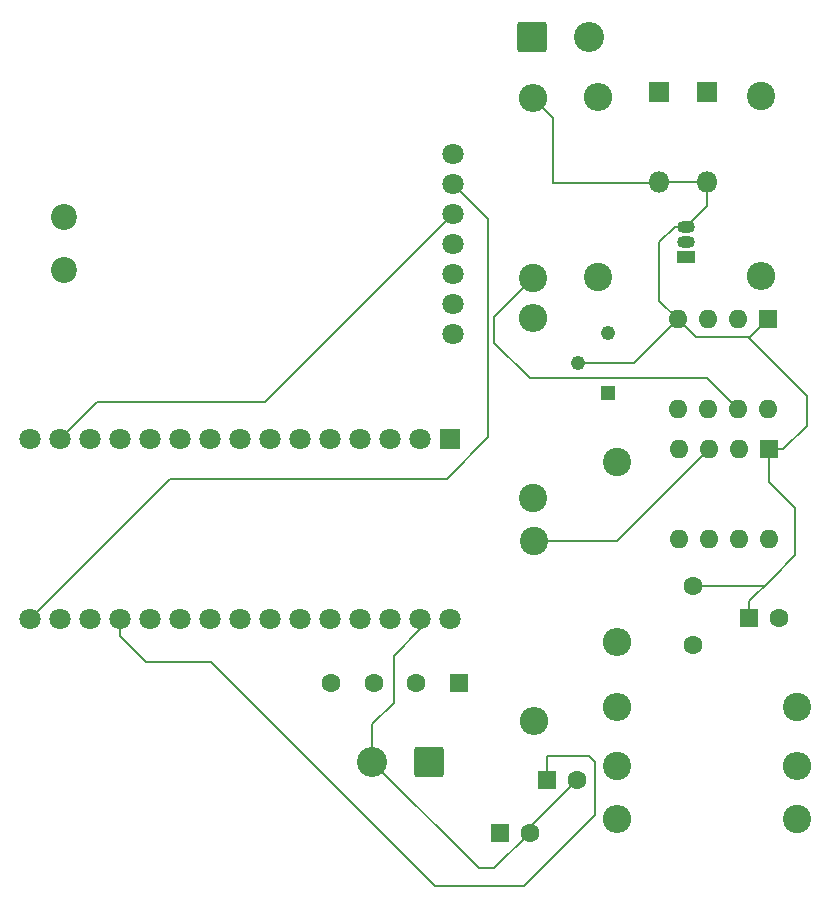
<source format=gbr>
%TF.GenerationSoftware,KiCad,Pcbnew,8.0.6*%
%TF.CreationDate,2025-02-01T10:41:25-07:00*%
%TF.ProjectId,Tachometerkicad,54616368-6f6d-4657-9465-726b69636164,rev?*%
%TF.SameCoordinates,Original*%
%TF.FileFunction,Copper,L2,Bot*%
%TF.FilePolarity,Positive*%
%FSLAX46Y46*%
G04 Gerber Fmt 4.6, Leading zero omitted, Abs format (unit mm)*
G04 Created by KiCad (PCBNEW 8.0.6) date 2025-02-01 10:41:25*
%MOMM*%
%LPD*%
G01*
G04 APERTURE LIST*
G04 Aperture macros list*
%AMRoundRect*
0 Rectangle with rounded corners*
0 $1 Rounding radius*
0 $2 $3 $4 $5 $6 $7 $8 $9 X,Y pos of 4 corners*
0 Add a 4 corners polygon primitive as box body*
4,1,4,$2,$3,$4,$5,$6,$7,$8,$9,$2,$3,0*
0 Add four circle primitives for the rounded corners*
1,1,$1+$1,$2,$3*
1,1,$1+$1,$4,$5*
1,1,$1+$1,$6,$7*
1,1,$1+$1,$8,$9*
0 Add four rect primitives between the rounded corners*
20,1,$1+$1,$2,$3,$4,$5,0*
20,1,$1+$1,$4,$5,$6,$7,0*
20,1,$1+$1,$6,$7,$8,$9,0*
20,1,$1+$1,$8,$9,$2,$3,0*%
G04 Aperture macros list end*
%TA.AperFunction,ComponentPad*%
%ADD10R,1.600000X1.600000*%
%TD*%
%TA.AperFunction,ComponentPad*%
%ADD11C,1.600000*%
%TD*%
%TA.AperFunction,ComponentPad*%
%ADD12R,1.800000X1.800000*%
%TD*%
%TA.AperFunction,ComponentPad*%
%ADD13C,1.800000*%
%TD*%
%TA.AperFunction,ComponentPad*%
%ADD14C,2.400000*%
%TD*%
%TA.AperFunction,ComponentPad*%
%ADD15O,2.400000X2.400000*%
%TD*%
%TA.AperFunction,ComponentPad*%
%ADD16R,1.500000X1.050000*%
%TD*%
%TA.AperFunction,ComponentPad*%
%ADD17O,1.500000X1.050000*%
%TD*%
%TA.AperFunction,ComponentPad*%
%ADD18RoundRect,0.250000X0.550000X0.550000X-0.550000X0.550000X-0.550000X-0.550000X0.550000X-0.550000X0*%
%TD*%
%TA.AperFunction,ComponentPad*%
%ADD19R,1.222000X1.222000*%
%TD*%
%TA.AperFunction,ComponentPad*%
%ADD20C,1.222000*%
%TD*%
%TA.AperFunction,ComponentPad*%
%ADD21O,1.800000X1.800000*%
%TD*%
%TA.AperFunction,ComponentPad*%
%ADD22O,1.600000X1.600000*%
%TD*%
%TA.AperFunction,ComponentPad*%
%ADD23RoundRect,0.249999X1.025001X1.025001X-1.025001X1.025001X-1.025001X-1.025001X1.025001X-1.025001X0*%
%TD*%
%TA.AperFunction,ComponentPad*%
%ADD24C,2.550000*%
%TD*%
%TA.AperFunction,ComponentPad*%
%ADD25RoundRect,0.249999X-1.025001X-1.025001X1.025001X-1.025001X1.025001X1.025001X-1.025001X1.025001X0*%
%TD*%
%TA.AperFunction,ComponentPad*%
%ADD26C,2.200000*%
%TD*%
%TA.AperFunction,Conductor*%
%ADD27C,0.200000*%
%TD*%
G04 APERTURE END LIST*
D10*
%TO.P,C1,1*%
%TO.N,Net-(C1-Pad1)*%
X87500000Y-113500000D03*
D11*
%TO.P,C1,2*%
%TO.N,GND*%
X90000000Y-113500000D03*
%TD*%
D12*
%TO.P,UNIT_1,1,D1/TX*%
%TO.N,unconnected-(UNIT_1-D1{slash}TX-Pad1)*%
X83300000Y-80100000D03*
D13*
%TO.P,UNIT_1,2,D0/RX*%
%TO.N,N/C*%
X80760000Y-80100000D03*
%TO.P,UNIT_1,3,RESET*%
%TO.N,unconnected-(UNIT_1-RESET-Pad3)*%
X78220000Y-80100000D03*
%TO.P,UNIT_1,4,COM/GND*%
%TO.N,GND*%
X75680000Y-80100000D03*
%TO.P,UNIT_1,5,D2*%
%TO.N,unconnected-(UNIT_1-D2-Pad5)*%
X73140000Y-80100000D03*
%TO.P,UNIT_1,6,D3*%
%TO.N,unconnected-(UNIT_1-D3-Pad6)*%
X70600000Y-80100000D03*
%TO.P,UNIT_1,7,D4*%
%TO.N,unconnected-(UNIT_1-D4-Pad7)*%
X68060000Y-80100000D03*
%TO.P,UNIT_1,8,D5*%
%TO.N,unconnected-(UNIT_1-D5-Pad8)*%
X65520000Y-80100000D03*
%TO.P,UNIT_1,9,D6*%
%TO.N,unconnected-(UNIT_1-D6-Pad9)*%
X62980000Y-80100000D03*
%TO.P,UNIT_1,10,D7*%
%TO.N,unconnected-(UNIT_1-D7-Pad10)*%
X60440000Y-80100000D03*
%TO.P,UNIT_1,11,D8*%
%TO.N,unconnected-(UNIT_1-D8-Pad11)*%
X57900000Y-80100000D03*
%TO.P,UNIT_1,12,D9*%
%TO.N,unconnected-(UNIT_1-D9-Pad12)*%
X55360000Y-80100000D03*
%TO.P,UNIT_1,13,D10*%
%TO.N,unconnected-(UNIT_1-D10-Pad13)*%
X52820000Y-80100000D03*
%TO.P,UNIT_1,14,D11/MOSI*%
%TO.N,SI*%
X50280000Y-80100000D03*
%TO.P,UNIT_1,15,D12/MISO*%
%TO.N,SO*%
X47740000Y-80100000D03*
%TO.P,UNIT_1,16,D13/SCK*%
%TO.N,SCK*%
X47740000Y-95340000D03*
%TO.P,UNIT_1,17,3V3*%
%TO.N,+3V*%
X50280000Y-95340000D03*
%TO.P,UNIT_1,18,AREF*%
%TO.N,unconnected-(UNIT_1-AREF-Pad18)*%
X52820000Y-95340000D03*
%TO.P,UNIT_1,19,A0*%
%TO.N,arduino input*%
X55360000Y-95340000D03*
%TO.P,UNIT_1,20,A1*%
%TO.N,unconnected-(UNIT_1-A1-Pad20)*%
X57900000Y-95340000D03*
%TO.P,UNIT_1,21,A2*%
%TO.N,unconnected-(UNIT_1-A2-Pad21)*%
X60440000Y-95340000D03*
%TO.P,UNIT_1,22,A3*%
%TO.N,unconnected-(UNIT_1-A3-Pad22)*%
X62980000Y-95340000D03*
%TO.P,UNIT_1,23,A4*%
%TO.N,SDA*%
X65520000Y-95340000D03*
%TO.P,UNIT_1,24,A5*%
%TO.N,SCL*%
X68060000Y-95340000D03*
%TO.P,UNIT_1,25,A6*%
%TO.N,unconnected-(UNIT_1-A6-Pad25)*%
X70600000Y-95340000D03*
%TO.P,UNIT_1,26,A7*%
%TO.N,unconnected-(UNIT_1-A7-Pad26)*%
X73140000Y-95340000D03*
%TO.P,UNIT_1,27,+5V*%
%TO.N,+5V*%
X75680000Y-95340000D03*
%TO.P,UNIT_1,28,RESET*%
%TO.N,unconnected-(UNIT_1-RESET-Pad28)*%
X78220000Y-95340000D03*
%TO.P,UNIT_1,29,COM/GND*%
%TO.N,GND*%
X80760000Y-95340000D03*
%TO.P,UNIT_1,30,VIN*%
%TO.N,unconnected-(UNIT_1-VIN-Pad30)*%
X83300000Y-95340000D03*
%TD*%
D14*
%TO.P,R6,1*%
%TO.N,Net-(R4-Pad2)*%
X112620000Y-112300000D03*
D15*
%TO.P,R6,2*%
%TO.N,+5v*%
X97380000Y-112300000D03*
%TD*%
D16*
%TO.P,Q1,1,C*%
%TO.N,Comparator input*%
X103250000Y-64700000D03*
D17*
%TO.P,Q1,2,B*%
%TO.N,Net-(Q1-B)*%
X103250000Y-63430000D03*
%TO.P,Q1,3,E*%
%TO.N,GND*%
X103250000Y-62160000D03*
%TD*%
D10*
%TO.P,C3,1*%
%TO.N,GND*%
X108614888Y-95280000D03*
D11*
%TO.P,C3,2*%
%TO.N,Net-(U1-DIS)*%
X111114888Y-95280000D03*
%TD*%
D14*
%TO.P,R10,1*%
%TO.N,555 input*%
X90300000Y-66520000D03*
D15*
%TO.P,R10,2*%
%TO.N,GND*%
X90300000Y-51280000D03*
%TD*%
D14*
%TO.P,R11,1*%
%TO.N,Net-(C1-Pad1)*%
X97400000Y-82080000D03*
D15*
%TO.P,R11,2*%
%TO.N,arduino input*%
X97400000Y-97320000D03*
%TD*%
D18*
%TO.P,J4,1,Pin_1*%
%TO.N,Low*%
X84000000Y-100800000D03*
D11*
%TO.P,J4,2,Pin_2*%
%TO.N,High*%
X80400000Y-100800000D03*
%TO.P,J4,3,Pin_3*%
%TO.N,Low*%
X76800000Y-100800000D03*
%TO.P,J4,4,Pin_4*%
%TO.N,High*%
X73200000Y-100800000D03*
%TD*%
D14*
%TO.P,R1,1*%
%TO.N,Possitive*%
X95800000Y-66420000D03*
D15*
%TO.P,R1,2*%
%TO.N,Net-(D1-K)*%
X95800000Y-51180000D03*
%TD*%
D19*
%TO.P,VR1,1*%
%TO.N,+5v*%
X96600000Y-76240000D03*
D20*
%TO.P,VR1,2*%
%TO.N,GND*%
X94060000Y-73700000D03*
%TO.P,VR1,3*%
%TO.N,Net-(U2--)*%
X96600000Y-71160000D03*
%TD*%
D14*
%TO.P,R7,1*%
%TO.N,Net-(U1-DIS)*%
X112620000Y-102800000D03*
D15*
%TO.P,R7,2*%
%TO.N,Net-(R4-Pad1)*%
X97380000Y-102800000D03*
%TD*%
D12*
%TO.P,D2,1,K*%
%TO.N,Net-(D1-K)*%
X101000000Y-50795000D03*
D21*
%TO.P,D2,2,A*%
%TO.N,GND*%
X101000000Y-58415000D03*
%TD*%
D14*
%TO.P,R2,1*%
%TO.N,Net-(D1-K)*%
X109600000Y-51080000D03*
D15*
%TO.P,R2,2*%
%TO.N,Net-(Q1-B)*%
X109600000Y-66320000D03*
%TD*%
D14*
%TO.P,R3,1*%
%TO.N,+5v*%
X90300000Y-85120000D03*
D15*
%TO.P,R3,2*%
%TO.N,Comparator input*%
X90300000Y-69880000D03*
%TD*%
D10*
%TO.P,U1,1,GND*%
%TO.N,GND*%
X110300000Y-81000000D03*
D22*
%TO.P,U1,2,TR*%
%TO.N,555 input*%
X107760000Y-81000000D03*
%TO.P,U1,3,Q*%
%TO.N,555 output*%
X105220000Y-81000000D03*
%TO.P,U1,4,R*%
%TO.N,+5v*%
X102680000Y-81000000D03*
%TO.P,U1,5,CV*%
%TO.N,Net-(U1-CV)*%
X102680000Y-88620000D03*
%TO.P,U1,6,THR*%
%TO.N,Net-(U1-DIS)*%
X105220000Y-88620000D03*
%TO.P,U1,7,DIS*%
X107760000Y-88620000D03*
%TO.P,U1,8,VCC*%
%TO.N,+5v*%
X110300000Y-88620000D03*
%TD*%
D23*
%TO.P,J3,1,Pin_1*%
%TO.N,+5v*%
X81500000Y-107500000D03*
D24*
%TO.P,J3,2,Pin_2*%
%TO.N,GND*%
X76700000Y-107500000D03*
%TD*%
D25*
%TO.P,J1,1,Pin_1*%
%TO.N,GND*%
X90200000Y-46100000D03*
D24*
%TO.P,J1,2,Pin_2*%
%TO.N,Possitive*%
X95000000Y-46100000D03*
%TD*%
D14*
%TO.P,R4,1*%
%TO.N,Net-(R4-Pad1)*%
X97380000Y-107800000D03*
D15*
%TO.P,R4,2*%
%TO.N,Net-(R4-Pad2)*%
X112620000Y-107800000D03*
%TD*%
D11*
%TO.P,C4,1*%
%TO.N,Net-(U1-CV)*%
X103820000Y-97600000D03*
%TO.P,C4,2*%
%TO.N,GND*%
X103820000Y-92600000D03*
%TD*%
D10*
%TO.P,U2,1,GND*%
%TO.N,GND*%
X110200000Y-70000000D03*
D22*
%TO.P,U2,2,+*%
%TO.N,Comparator input*%
X107660000Y-70000000D03*
%TO.P,U2,3,-*%
%TO.N,Net-(U2--)*%
X105120000Y-70000000D03*
%TO.P,U2,4,V-*%
%TO.N,GND*%
X102580000Y-70000000D03*
%TO.P,U2,5,BAL*%
%TO.N,unconnected-(U2-BAL-Pad5)*%
X102580000Y-77620000D03*
%TO.P,U2,6,STRB*%
%TO.N,unconnected-(U2-STRB-Pad6)*%
X105120000Y-77620000D03*
%TO.P,U2,7*%
%TO.N,555 input*%
X107660000Y-77620000D03*
%TO.P,U2,8,V+*%
%TO.N,+5v*%
X110200000Y-77620000D03*
%TD*%
D10*
%TO.P,C2,1*%
%TO.N,arduino input*%
X91500000Y-109000000D03*
D11*
%TO.P,C2,2*%
%TO.N,GND*%
X94000000Y-109000000D03*
%TD*%
D13*
%TO.P,UNIT_2,1,INT*%
%TO.N,unconnected-(UNIT_2-INT-Pad1)*%
X83500000Y-55980000D03*
%TO.P,UNIT_2,2,SCK*%
%TO.N,SCK*%
X83500000Y-58520000D03*
%TO.P,UNIT_2,3,SI*%
%TO.N,SI*%
X83500000Y-61060000D03*
%TO.P,UNIT_2,4,SO*%
%TO.N,SO*%
X83500000Y-63600000D03*
%TO.P,UNIT_2,5,CS*%
%TO.N,CS*%
X83500000Y-66140000D03*
%TO.P,UNIT_2,6,GND*%
%TO.N,GND*%
X83500000Y-68680000D03*
%TO.P,UNIT_2,7,VCC*%
%TO.N,+5V*%
X83500000Y-71220000D03*
D26*
%TO.P,UNIT_2,8,High_CAN*%
%TO.N,High*%
X50560000Y-65850000D03*
%TO.P,UNIT_2,9,Low_CAN*%
%TO.N,Low*%
X50560000Y-61350000D03*
%TD*%
D14*
%TO.P,R5,1*%
%TO.N,555 output*%
X90400000Y-88780000D03*
D15*
%TO.P,R5,2*%
%TO.N,Net-(C1-Pad1)*%
X90400000Y-104020000D03*
%TD*%
D12*
%TO.P,D1,1,K*%
%TO.N,Net-(D1-K)*%
X105000000Y-50790000D03*
D21*
%TO.P,D1,2,A*%
%TO.N,GND*%
X105000000Y-58410000D03*
%TD*%
D27*
%TO.N,SI*%
X67560000Y-77000000D02*
X53380000Y-77000000D01*
X83500000Y-61060000D02*
X67560000Y-77000000D01*
X53380000Y-77000000D02*
X50280000Y-80100000D01*
%TO.N,SCK*%
X83000000Y-83500000D02*
X59580000Y-83500000D01*
X59580000Y-83500000D02*
X47740000Y-95340000D01*
X86500000Y-61500000D02*
X86500000Y-80000000D01*
X86480000Y-61500000D02*
X86500000Y-61500000D01*
X86500000Y-80000000D02*
X83000000Y-83500000D01*
X83500000Y-58520000D02*
X86480000Y-61500000D01*
%TO.N,arduino input*%
X55360000Y-96860000D02*
X55360000Y-95340000D01*
X57500000Y-99000000D02*
X55360000Y-96860000D01*
X82000000Y-118000000D02*
X63000000Y-99000000D01*
X89500000Y-118000000D02*
X82000000Y-118000000D01*
X95500000Y-112000000D02*
X89500000Y-118000000D01*
X95500000Y-107500000D02*
X95500000Y-112000000D01*
X63000000Y-99000000D02*
X57500000Y-99000000D01*
X95000000Y-107000000D02*
X95500000Y-107500000D01*
X91500000Y-107000000D02*
X95000000Y-107000000D01*
X91500000Y-109000000D02*
X91500000Y-107000000D01*
%TO.N,GND*%
X78500000Y-102500000D02*
X78500000Y-98500000D01*
X76700000Y-104300000D02*
X78500000Y-102500000D01*
X80760000Y-96240000D02*
X80760000Y-95340000D01*
X76700000Y-107500000D02*
X76700000Y-104300000D01*
X78500000Y-98500000D02*
X80760000Y-96240000D01*
X85700000Y-116500000D02*
X76700000Y-107500000D01*
X87000000Y-116500000D02*
X85700000Y-116500000D01*
X90000000Y-113500000D02*
X87000000Y-116500000D01*
X90000000Y-113000000D02*
X90000000Y-113500000D01*
X94000000Y-109000000D02*
X90000000Y-113000000D01*
X109900000Y-92600000D02*
X110500000Y-92000000D01*
X103820000Y-92600000D02*
X109900000Y-92600000D01*
X110500000Y-92000000D02*
X108614888Y-93885112D01*
X112500000Y-90000000D02*
X110500000Y-92000000D01*
X108614888Y-93885112D02*
X108614888Y-95280000D01*
X110300000Y-83800000D02*
X112500000Y-86000000D01*
X110300000Y-81000000D02*
X110300000Y-83800000D01*
X112500000Y-86000000D02*
X112500000Y-90000000D01*
%TO.N,555 output*%
X97440000Y-88780000D02*
X90400000Y-88780000D01*
X105220000Y-81000000D02*
X97440000Y-88780000D01*
%TO.N,GND*%
X111500000Y-81000000D02*
X110300000Y-81000000D01*
X113500000Y-79000000D02*
X111500000Y-81000000D01*
X113500000Y-76500000D02*
X113500000Y-79000000D01*
X108500000Y-71500000D02*
X113500000Y-76500000D01*
X108500000Y-71500000D02*
X108700000Y-71500000D01*
X104080000Y-71500000D02*
X108500000Y-71500000D01*
%TO.N,555 input*%
X87000000Y-72000000D02*
X87000000Y-69820000D01*
X90000000Y-75000000D02*
X87000000Y-72000000D01*
X105040000Y-75000000D02*
X90000000Y-75000000D01*
X87000000Y-69820000D02*
X90300000Y-66520000D01*
X107660000Y-77620000D02*
X105040000Y-75000000D01*
%TO.N,GND*%
X108700000Y-71500000D02*
X110200000Y-70000000D01*
X102580000Y-70000000D02*
X104080000Y-71500000D01*
X98880000Y-73700000D02*
X94060000Y-73700000D01*
X102580000Y-70000000D02*
X98880000Y-73700000D01*
X101000000Y-68420000D02*
X102580000Y-70000000D01*
X101000000Y-63500000D02*
X101000000Y-68420000D01*
X102340000Y-62160000D02*
X101000000Y-63500000D01*
X103250000Y-62160000D02*
X102340000Y-62160000D01*
X105000000Y-60410000D02*
X103250000Y-62160000D01*
X105000000Y-58410000D02*
X105000000Y-60410000D01*
X104995000Y-58415000D02*
X105000000Y-58410000D01*
X101000000Y-58415000D02*
X104995000Y-58415000D01*
X92000000Y-58500000D02*
X100915000Y-58500000D01*
X100915000Y-58500000D02*
X101000000Y-58415000D01*
X92000000Y-52980000D02*
X92000000Y-58500000D01*
X90300000Y-51280000D02*
X92000000Y-52980000D01*
%TD*%
M02*

</source>
